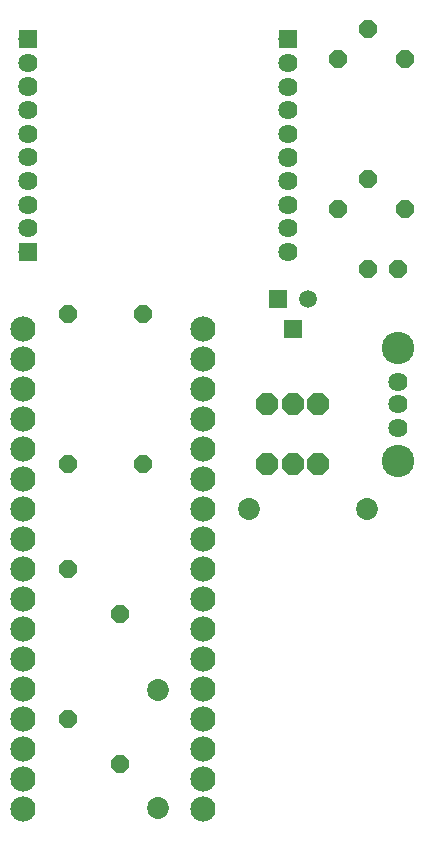
<source format=gbr>
G04 EAGLE Gerber RS-274X export*
G75*
%MOIN*%
%FSLAX34Y34*%
%LPD*%
%INSoldermask Top*%
%IPPOS*%
%AMOC8*
5,1,8,0,0,1.08239X$1,22.5*%
G01*
%ADD10C,0.073000*%
%ADD11P,0.080097X8X202.500000*%
%ADD12C,0.082000*%
%ADD13R,0.064000X0.064000*%
%ADD14C,0.064000*%
%ADD15P,0.064943X8X202.500000*%
%ADD16P,0.064943X8X292.500000*%
%ADD17P,0.064943X8X112.500000*%
%ADD18C,0.108000*%
%ADD19C,0.084000*%
%ADD20C,0.059000*%
%ADD21R,0.059000X0.059000*%


D10*
X9031Y11500D03*
X12969Y11500D03*
X6000Y5469D03*
X6000Y1531D03*
D11*
X11350Y13000D03*
X10500Y13000D03*
X9650Y13000D03*
X11350Y15000D03*
X10500Y15000D03*
X9650Y15000D03*
D12*
X7500Y17500D03*
X7500Y16500D03*
X7500Y15500D03*
X7500Y14500D03*
X7500Y13500D03*
X7500Y12500D03*
X7500Y11500D03*
X7500Y10500D03*
X7500Y9500D03*
X7500Y8500D03*
X7500Y7500D03*
X7500Y6500D03*
X7500Y5500D03*
X7500Y4500D03*
X7500Y3500D03*
X7500Y2500D03*
X7500Y1500D03*
X1500Y1500D03*
X1500Y2500D03*
X1500Y3500D03*
X1500Y4500D03*
X1500Y5500D03*
X1500Y6500D03*
X1500Y7500D03*
X1500Y8500D03*
X1500Y9500D03*
X1500Y10500D03*
X1500Y11500D03*
X1500Y12500D03*
X1500Y13500D03*
X1500Y14500D03*
X1500Y15500D03*
X1500Y16500D03*
X1500Y17500D03*
D13*
X10330Y27163D03*
D14*
X10330Y26376D03*
X10330Y25589D03*
X10330Y24801D03*
X10330Y24014D03*
X10330Y23226D03*
X10330Y22439D03*
X10330Y21651D03*
X10330Y20864D03*
X10330Y20077D03*
D13*
X1670Y20087D03*
D14*
X1670Y20874D03*
X1670Y21661D03*
X1670Y22449D03*
X1670Y23236D03*
X1670Y24024D03*
X1670Y24811D03*
X1670Y25599D03*
X1670Y26386D03*
X1670Y27173D03*
D15*
X14000Y19500D03*
X13000Y19500D03*
D16*
X3000Y9500D03*
X3000Y4500D03*
D17*
X12000Y21500D03*
X12000Y26500D03*
X14250Y21500D03*
X14250Y26500D03*
D16*
X13000Y27500D03*
X13000Y22500D03*
X3000Y18000D03*
X3000Y13000D03*
D17*
X5500Y13000D03*
X5500Y18000D03*
D14*
X14000Y15000D03*
D18*
X14000Y16890D03*
X14000Y13110D03*
D14*
X14000Y14213D03*
X14000Y15748D03*
D19*
X1500Y1500D03*
X1500Y2500D03*
X1500Y3500D03*
X1500Y4500D03*
X1500Y5500D03*
X1500Y6500D03*
X1500Y7500D03*
X1500Y8500D03*
X1500Y9500D03*
X1500Y10500D03*
X1500Y11500D03*
X7500Y14500D03*
X7500Y13500D03*
X1500Y14500D03*
X1500Y15500D03*
X1500Y16500D03*
X1500Y17500D03*
X7500Y17500D03*
X7500Y16500D03*
X7500Y15500D03*
X1500Y12500D03*
X1500Y13500D03*
X7500Y12500D03*
X7500Y11500D03*
X7500Y10500D03*
X7500Y9500D03*
X7500Y8500D03*
X7500Y7500D03*
X7500Y6500D03*
X7500Y5500D03*
X7500Y4500D03*
X7500Y3500D03*
X7500Y2500D03*
X7500Y1500D03*
D14*
X1669Y20079D03*
X1669Y20866D03*
X1669Y21654D03*
X1669Y22441D03*
X1669Y23228D03*
X1669Y24016D03*
X1669Y24803D03*
X1669Y25591D03*
X1669Y26378D03*
D13*
X1669Y27165D03*
D14*
X10331Y20079D03*
X10331Y20866D03*
X10331Y21654D03*
X10331Y22441D03*
X10331Y23228D03*
X10331Y24016D03*
X10331Y24803D03*
X10331Y25591D03*
X10331Y26378D03*
X10331Y27165D03*
D20*
X11000Y18500D03*
D21*
X10500Y17500D03*
X10000Y18500D03*
D17*
X4750Y3000D03*
X4750Y8000D03*
M02*

</source>
